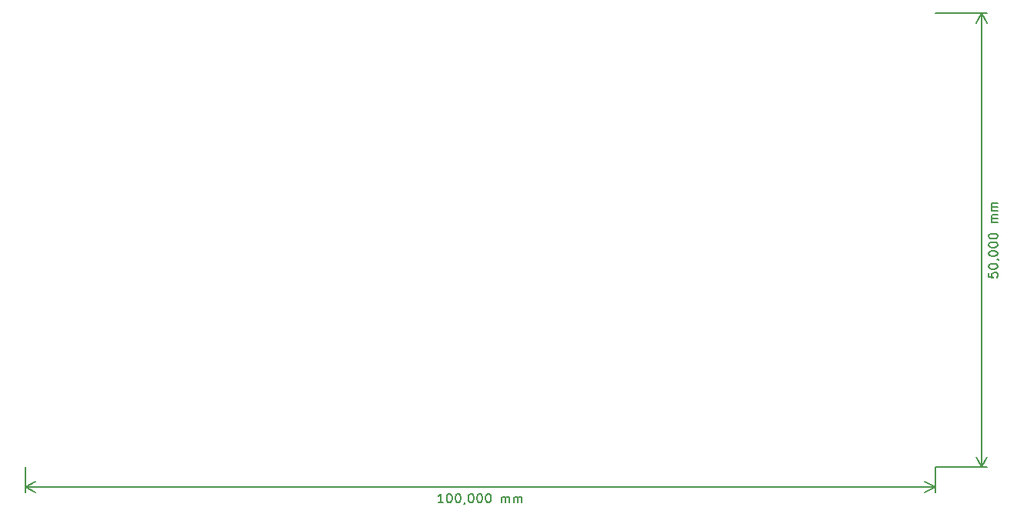
<source format=gbr>
%TF.GenerationSoftware,KiCad,Pcbnew,5.1.4-3.fc30*%
%TF.CreationDate,2019-10-13T17:27:32+02:00*%
%TF.ProjectId,LED_line,4c45445f-6c69-46e6-952e-6b696361645f,rev?*%
%TF.SameCoordinates,PX4531a5cPY39f1340*%
%TF.FileFunction,Drawing*%
%FSLAX46Y46*%
G04 Gerber Fmt 4.6, Leading zero omitted, Abs format (unit mm)*
G04 Created by KiCad (PCBNEW 5.1.4-3.fc30) date 2019-10-13 17:27:32*
%MOMM*%
%LPD*%
G04 APERTURE LIST*
%ADD10C,0.150000*%
G04 APERTURE END LIST*
D10*
X105781380Y-28606247D02*
X105781380Y-29082438D01*
X106257571Y-29130057D01*
X106209952Y-29082438D01*
X106162333Y-28987200D01*
X106162333Y-28749104D01*
X106209952Y-28653866D01*
X106257571Y-28606247D01*
X106352809Y-28558628D01*
X106590904Y-28558628D01*
X106686142Y-28606247D01*
X106733761Y-28653866D01*
X106781380Y-28749104D01*
X106781380Y-28987200D01*
X106733761Y-29082438D01*
X106686142Y-29130057D01*
X105781380Y-27939580D02*
X105781380Y-27844342D01*
X105829000Y-27749104D01*
X105876619Y-27701485D01*
X105971857Y-27653866D01*
X106162333Y-27606247D01*
X106400428Y-27606247D01*
X106590904Y-27653866D01*
X106686142Y-27701485D01*
X106733761Y-27749104D01*
X106781380Y-27844342D01*
X106781380Y-27939580D01*
X106733761Y-28034819D01*
X106686142Y-28082438D01*
X106590904Y-28130057D01*
X106400428Y-28177676D01*
X106162333Y-28177676D01*
X105971857Y-28130057D01*
X105876619Y-28082438D01*
X105829000Y-28034819D01*
X105781380Y-27939580D01*
X106733761Y-27130057D02*
X106781380Y-27130057D01*
X106876619Y-27177676D01*
X106924238Y-27225295D01*
X105781380Y-26511009D02*
X105781380Y-26415771D01*
X105829000Y-26320533D01*
X105876619Y-26272914D01*
X105971857Y-26225295D01*
X106162333Y-26177676D01*
X106400428Y-26177676D01*
X106590904Y-26225295D01*
X106686142Y-26272914D01*
X106733761Y-26320533D01*
X106781380Y-26415771D01*
X106781380Y-26511009D01*
X106733761Y-26606247D01*
X106686142Y-26653866D01*
X106590904Y-26701485D01*
X106400428Y-26749104D01*
X106162333Y-26749104D01*
X105971857Y-26701485D01*
X105876619Y-26653866D01*
X105829000Y-26606247D01*
X105781380Y-26511009D01*
X105781380Y-25558628D02*
X105781380Y-25463390D01*
X105829000Y-25368152D01*
X105876619Y-25320533D01*
X105971857Y-25272914D01*
X106162333Y-25225295D01*
X106400428Y-25225295D01*
X106590904Y-25272914D01*
X106686142Y-25320533D01*
X106733761Y-25368152D01*
X106781380Y-25463390D01*
X106781380Y-25558628D01*
X106733761Y-25653866D01*
X106686142Y-25701485D01*
X106590904Y-25749104D01*
X106400428Y-25796723D01*
X106162333Y-25796723D01*
X105971857Y-25749104D01*
X105876619Y-25701485D01*
X105829000Y-25653866D01*
X105781380Y-25558628D01*
X105781380Y-24606247D02*
X105781380Y-24511009D01*
X105829000Y-24415771D01*
X105876619Y-24368152D01*
X105971857Y-24320533D01*
X106162333Y-24272914D01*
X106400428Y-24272914D01*
X106590904Y-24320533D01*
X106686142Y-24368152D01*
X106733761Y-24415771D01*
X106781380Y-24511009D01*
X106781380Y-24606247D01*
X106733761Y-24701485D01*
X106686142Y-24749104D01*
X106590904Y-24796723D01*
X106400428Y-24844342D01*
X106162333Y-24844342D01*
X105971857Y-24796723D01*
X105876619Y-24749104D01*
X105829000Y-24701485D01*
X105781380Y-24606247D01*
X106781380Y-23082438D02*
X106114714Y-23082438D01*
X106209952Y-23082438D02*
X106162333Y-23034819D01*
X106114714Y-22939580D01*
X106114714Y-22796723D01*
X106162333Y-22701485D01*
X106257571Y-22653866D01*
X106781380Y-22653866D01*
X106257571Y-22653866D02*
X106162333Y-22606247D01*
X106114714Y-22511009D01*
X106114714Y-22368152D01*
X106162333Y-22272914D01*
X106257571Y-22225295D01*
X106781380Y-22225295D01*
X106781380Y-21749104D02*
X106114714Y-21749104D01*
X106209952Y-21749104D02*
X106162333Y-21701485D01*
X106114714Y-21606247D01*
X106114714Y-21463390D01*
X106162333Y-21368152D01*
X106257571Y-21320533D01*
X106781380Y-21320533D01*
X106257571Y-21320533D02*
X106162333Y-21272914D01*
X106114714Y-21177676D01*
X106114714Y-21034819D01*
X106162333Y-20939580D01*
X106257571Y-20891961D01*
X106781380Y-20891961D01*
X105029000Y-49987200D02*
X105029000Y12800D01*
X99910900Y-49987200D02*
X105615421Y-49987200D01*
X99910900Y12800D02*
X105615421Y12800D01*
X105029000Y12800D02*
X105615421Y-1113704D01*
X105029000Y12800D02*
X104442579Y-1113704D01*
X105029000Y-49987200D02*
X105615421Y-48860696D01*
X105029000Y-49987200D02*
X104442579Y-48860696D01*
X45863280Y-53898580D02*
X45291852Y-53898580D01*
X45577566Y-53898580D02*
X45577566Y-52898580D01*
X45482328Y-53041438D01*
X45387090Y-53136676D01*
X45291852Y-53184295D01*
X46482328Y-52898580D02*
X46577566Y-52898580D01*
X46672804Y-52946200D01*
X46720423Y-52993819D01*
X46768042Y-53089057D01*
X46815661Y-53279533D01*
X46815661Y-53517628D01*
X46768042Y-53708104D01*
X46720423Y-53803342D01*
X46672804Y-53850961D01*
X46577566Y-53898580D01*
X46482328Y-53898580D01*
X46387090Y-53850961D01*
X46339471Y-53803342D01*
X46291852Y-53708104D01*
X46244233Y-53517628D01*
X46244233Y-53279533D01*
X46291852Y-53089057D01*
X46339471Y-52993819D01*
X46387090Y-52946200D01*
X46482328Y-52898580D01*
X47434709Y-52898580D02*
X47529947Y-52898580D01*
X47625185Y-52946200D01*
X47672804Y-52993819D01*
X47720423Y-53089057D01*
X47768042Y-53279533D01*
X47768042Y-53517628D01*
X47720423Y-53708104D01*
X47672804Y-53803342D01*
X47625185Y-53850961D01*
X47529947Y-53898580D01*
X47434709Y-53898580D01*
X47339471Y-53850961D01*
X47291852Y-53803342D01*
X47244233Y-53708104D01*
X47196614Y-53517628D01*
X47196614Y-53279533D01*
X47244233Y-53089057D01*
X47291852Y-52993819D01*
X47339471Y-52946200D01*
X47434709Y-52898580D01*
X48244233Y-53850961D02*
X48244233Y-53898580D01*
X48196614Y-53993819D01*
X48148995Y-54041438D01*
X48863280Y-52898580D02*
X48958519Y-52898580D01*
X49053757Y-52946200D01*
X49101376Y-52993819D01*
X49148995Y-53089057D01*
X49196614Y-53279533D01*
X49196614Y-53517628D01*
X49148995Y-53708104D01*
X49101376Y-53803342D01*
X49053757Y-53850961D01*
X48958519Y-53898580D01*
X48863280Y-53898580D01*
X48768042Y-53850961D01*
X48720423Y-53803342D01*
X48672804Y-53708104D01*
X48625185Y-53517628D01*
X48625185Y-53279533D01*
X48672804Y-53089057D01*
X48720423Y-52993819D01*
X48768042Y-52946200D01*
X48863280Y-52898580D01*
X49815661Y-52898580D02*
X49910900Y-52898580D01*
X50006138Y-52946200D01*
X50053757Y-52993819D01*
X50101376Y-53089057D01*
X50148995Y-53279533D01*
X50148995Y-53517628D01*
X50101376Y-53708104D01*
X50053757Y-53803342D01*
X50006138Y-53850961D01*
X49910900Y-53898580D01*
X49815661Y-53898580D01*
X49720423Y-53850961D01*
X49672804Y-53803342D01*
X49625185Y-53708104D01*
X49577566Y-53517628D01*
X49577566Y-53279533D01*
X49625185Y-53089057D01*
X49672804Y-52993819D01*
X49720423Y-52946200D01*
X49815661Y-52898580D01*
X50768042Y-52898580D02*
X50863280Y-52898580D01*
X50958519Y-52946200D01*
X51006138Y-52993819D01*
X51053757Y-53089057D01*
X51101376Y-53279533D01*
X51101376Y-53517628D01*
X51053757Y-53708104D01*
X51006138Y-53803342D01*
X50958519Y-53850961D01*
X50863280Y-53898580D01*
X50768042Y-53898580D01*
X50672804Y-53850961D01*
X50625185Y-53803342D01*
X50577566Y-53708104D01*
X50529947Y-53517628D01*
X50529947Y-53279533D01*
X50577566Y-53089057D01*
X50625185Y-52993819D01*
X50672804Y-52946200D01*
X50768042Y-52898580D01*
X52291852Y-53898580D02*
X52291852Y-53231914D01*
X52291852Y-53327152D02*
X52339471Y-53279533D01*
X52434709Y-53231914D01*
X52577566Y-53231914D01*
X52672804Y-53279533D01*
X52720423Y-53374771D01*
X52720423Y-53898580D01*
X52720423Y-53374771D02*
X52768042Y-53279533D01*
X52863280Y-53231914D01*
X53006138Y-53231914D01*
X53101376Y-53279533D01*
X53148995Y-53374771D01*
X53148995Y-53898580D01*
X53625185Y-53898580D02*
X53625185Y-53231914D01*
X53625185Y-53327152D02*
X53672804Y-53279533D01*
X53768042Y-53231914D01*
X53910900Y-53231914D01*
X54006138Y-53279533D01*
X54053757Y-53374771D01*
X54053757Y-53898580D01*
X54053757Y-53374771D02*
X54101376Y-53279533D01*
X54196614Y-53231914D01*
X54339471Y-53231914D01*
X54434709Y-53279533D01*
X54482328Y-53374771D01*
X54482328Y-53898580D01*
X-89100Y-52146200D02*
X99910900Y-52146200D01*
X-89100Y-49987200D02*
X-89100Y-52732621D01*
X99910900Y-49987200D02*
X99910900Y-52732621D01*
X99910900Y-52146200D02*
X98784396Y-52732621D01*
X99910900Y-52146200D02*
X98784396Y-51559779D01*
X-89100Y-52146200D02*
X1037404Y-52732621D01*
X-89100Y-52146200D02*
X1037404Y-51559779D01*
M02*

</source>
